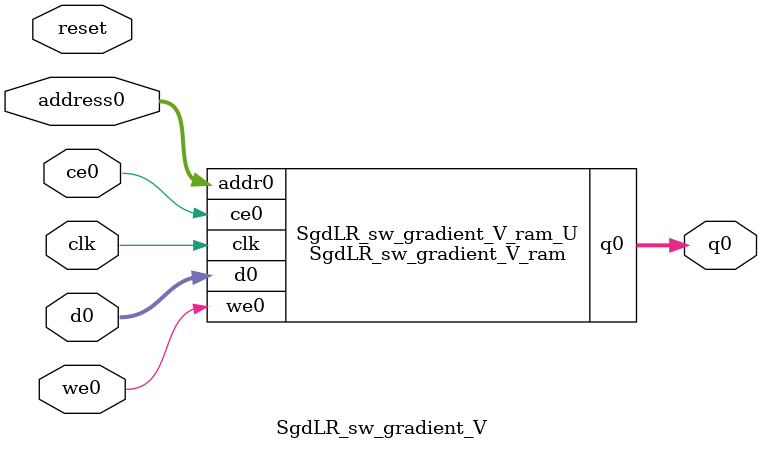
<source format=v>
`timescale 1 ns / 1 ps
module SgdLR_sw_gradient_V_ram (addr0, ce0, d0, we0, q0,  clk);

parameter DWIDTH = 32;
parameter AWIDTH = 10;
parameter MEM_SIZE = 1024;

input[AWIDTH-1:0] addr0;
input ce0;
input[DWIDTH-1:0] d0;
input we0;
output reg[DWIDTH-1:0] q0;
input clk;

(* ram_style = "block" *)reg [DWIDTH-1:0] ram[0:MEM_SIZE-1];




always @(posedge clk)  
begin 
    if (ce0) 
    begin
        if (we0) 
        begin 
            ram[addr0] <= d0; 
        end 
        q0 <= ram[addr0];
    end
end


endmodule

`timescale 1 ns / 1 ps
module SgdLR_sw_gradient_V(
    reset,
    clk,
    address0,
    ce0,
    we0,
    d0,
    q0);

parameter DataWidth = 32'd32;
parameter AddressRange = 32'd1024;
parameter AddressWidth = 32'd10;
input reset;
input clk;
input[AddressWidth - 1:0] address0;
input ce0;
input we0;
input[DataWidth - 1:0] d0;
output[DataWidth - 1:0] q0;



SgdLR_sw_gradient_V_ram SgdLR_sw_gradient_V_ram_U(
    .clk( clk ),
    .addr0( address0 ),
    .ce0( ce0 ),
    .we0( we0 ),
    .d0( d0 ),
    .q0( q0 ));

endmodule


</source>
